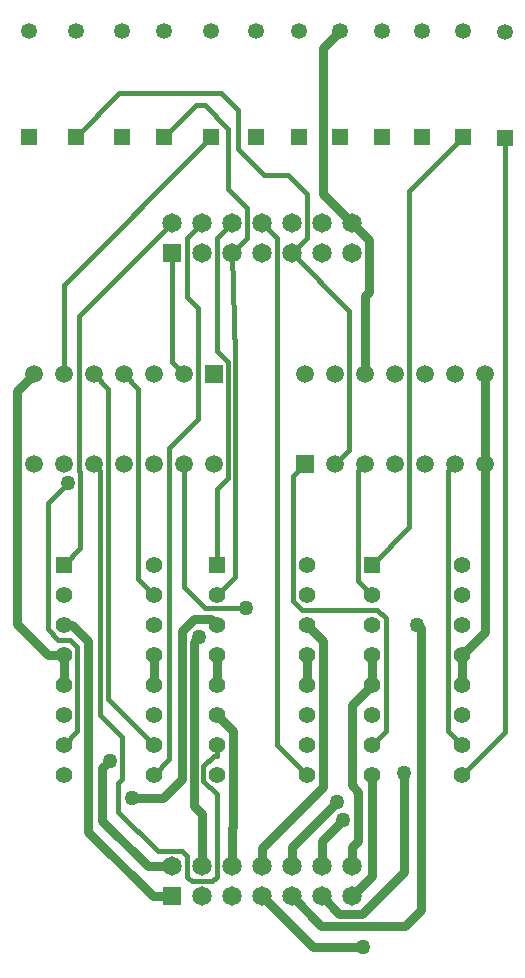
<source format=gbr>
%TF.GenerationSoftware,Altium Limited,Altium Designer,22.9.1 (49)*%
G04 Layer_Physical_Order=1*
G04 Layer_Color=255*
%FSLAX45Y45*%
%MOMM*%
%TF.SameCoordinates,4BB515F2-1930-42CC-84AD-66DDC1B42358*%
%TF.FilePolarity,Positive*%
%TF.FileFunction,Copper,L1,Top,Signal*%
%TF.Part,Single*%
G01*
G75*
%TA.AperFunction,Conductor*%
%ADD10C,0.76200*%
%ADD11C,0.38100*%
%TA.AperFunction,ComponentPad*%
%ADD12R,1.50000X1.50000*%
%ADD13C,1.50000*%
%ADD14R,1.40000X1.40000*%
%ADD15C,1.40000*%
%ADD16C,1.35000*%
%ADD17R,1.35000X1.35000*%
%ADD18C,1.65000*%
%ADD19R,1.65000X1.65000*%
%TA.AperFunction,ViaPad*%
%ADD20C,1.27000*%
D10*
X5702300Y11781043D02*
X5844860Y11923603D01*
X5702300Y10540263D02*
Y11781043D01*
Y10540263D02*
X5945856Y10296708D01*
X6878940Y6642100D02*
X7074784Y6837944D01*
Y8255000D01*
X3370580Y6642100D02*
X3505200D01*
X3111500Y6901180D02*
X3370580Y6642100D01*
X3111500Y6901180D02*
Y8877300D01*
X3251200Y9017000D01*
X3505200Y6896100D02*
X3580404D01*
X3716020Y6760484D01*
Y5139644D02*
Y6760484D01*
Y5139644D02*
X4259671Y4595993D01*
X4423288D01*
X4220347Y4849993D02*
X4423288D01*
X3832860Y5237480D02*
X4220347Y4849993D01*
X3832860Y5237480D02*
Y5679440D01*
X3896360Y5742940D01*
X4677288Y4849993D02*
Y5294371D01*
X4607286Y5364373D02*
X4677288Y5294371D01*
X4607286Y5364373D02*
Y6745966D01*
X4655820Y6794500D01*
X5185288Y4595993D02*
X5615681Y4165600D01*
X6042660D01*
X5439288Y4595993D02*
X5686892Y4348389D01*
X6396573D01*
X6527770Y4479585D01*
Y6868190D01*
X6499860Y6896100D02*
X6527770Y6868190D01*
X5439288Y5017648D02*
X5819140Y5397500D01*
X5439288Y4849993D02*
Y5017648D01*
X5693288Y4595993D02*
X5839292Y4449989D01*
X6034781D01*
X6385560Y4800768D01*
Y5640720D01*
X5693288Y5063368D02*
X5875020Y5245100D01*
X5693288Y4849993D02*
Y5063368D01*
X4086860Y5427980D02*
X4345666D01*
X4505686Y5588000D01*
Y6845026D01*
X4607560Y6946900D01*
X4753488D01*
X4804288Y6896100D01*
X6116940Y4765645D02*
Y5626100D01*
X5947288Y4595993D02*
X6116940Y4765645D01*
X5947288Y6218448D02*
X6116940Y6388100D01*
X5947288Y5538551D02*
Y6218448D01*
Y5538551D02*
X6002233Y5483606D01*
Y5065908D02*
Y5483606D01*
X5947288Y5010963D02*
X6002233Y5065908D01*
X5947288Y4849993D02*
Y5010963D01*
X5185288Y4849993D02*
Y5007488D01*
X5702300Y5524500D01*
Y6760088D01*
X5566288Y6896100D02*
X5702300Y6760088D01*
X4804288Y6134100D02*
X4940300Y5998088D01*
Y5184140D02*
Y5998088D01*
X4931288Y5175128D02*
X4940300Y5184140D01*
X4931288Y4849993D02*
Y5175128D01*
X6058784Y9017000D02*
Y9674860D01*
X6093460Y9709536D01*
Y10149103D01*
X5945856Y10296708D02*
X6093460Y10149103D01*
X7074784Y8255000D02*
Y9017000D01*
X6878940Y6388100D02*
Y6642100D01*
X5566288Y6388100D02*
Y6642100D01*
X6116940Y6388100D02*
Y6642100D01*
X3505200Y6388100D02*
Y6642100D01*
X4804288Y6388100D02*
Y6642100D01*
X4267200Y6388100D02*
Y6642100D01*
D11*
X4421856Y9116344D02*
Y10042708D01*
Y9116344D02*
X4521200Y9017000D01*
X3637280Y9512132D02*
X4421856Y10296708D01*
X3637280Y8199054D02*
Y9512132D01*
Y8199054D02*
X3648710Y8187624D01*
Y7547610D02*
Y8187624D01*
X3505200Y7404100D02*
X3648710Y7547610D01*
X3759200Y9017000D02*
X3881120Y8895080D01*
Y6266180D02*
Y8895080D01*
Y6266180D02*
X4267200Y5880100D01*
X4804288Y7150100D02*
X4958151Y7303963D01*
Y9171656D01*
X4929856Y10042708D02*
X4958151Y9171656D01*
X5804784Y8255000D02*
X5925820Y8376036D01*
Y9554743D01*
X5437856Y10042708D02*
X5925820Y9554743D01*
X3759200Y8255000D02*
X3815080Y8199120D01*
Y6135370D02*
Y8199120D01*
Y6135370D02*
X4004310Y5946140D01*
Y5588000D02*
Y5946140D01*
X3968750Y5552440D02*
X4004310Y5588000D01*
X3968750Y5313680D02*
Y5552440D01*
Y5313680D02*
X4304030Y4978400D01*
X4508500D01*
X4550288Y4936612D01*
Y4762500D02*
Y4936612D01*
Y4762500D02*
X4589795Y4722993D01*
X4764735D01*
X4804242Y4762500D01*
Y5459898D01*
X4689836Y5574304D02*
X4804242Y5459898D01*
X4689836Y5574304D02*
Y5699486D01*
X4777618Y5787268D01*
X4804288D01*
Y5880100D01*
X4699000Y7033260D02*
X5048128D01*
X4521200Y7211060D02*
X4699000Y7033260D01*
X4521200Y7211060D02*
Y8255000D01*
X3373120Y7924800D02*
X3540760Y8092440D01*
X3373120Y6858000D02*
Y7924800D01*
Y6858000D02*
X3462020Y6769100D01*
X3556000D01*
X3622040Y6703060D01*
Y5996940D02*
Y6703060D01*
X3505200Y5880100D02*
X3622040Y5996940D01*
X6433820Y10568620D02*
X6888800Y11023600D01*
X6433820Y7720980D02*
Y10568620D01*
X6116940Y7404100D02*
X6433820Y7720980D01*
X3608294Y11023600D02*
X3979134Y11394440D01*
X4841240D01*
X4986020Y11249660D01*
Y10922000D02*
Y11249660D01*
Y10922000D02*
X5204460Y10703560D01*
X5402341D01*
X5564901Y10541000D01*
Y10169754D02*
Y10541000D01*
X5437856Y10042708D02*
X5564901Y10169754D01*
X3505200Y9017000D02*
Y9771918D01*
X4756882Y11023600D01*
X4353789D02*
X4623029Y11292840D01*
X4699000D01*
X4897120Y11094720D01*
Y10583850D02*
Y11094720D01*
Y10583850D02*
X5056810Y10424160D01*
Y10169662D02*
Y10424160D01*
X4929856Y10042708D02*
X5056810Y10169662D01*
X6116940Y5880100D02*
X6233160Y5996320D01*
Y6949440D01*
X6159500Y7023100D02*
X6233160Y6949440D01*
X5524500Y7023100D02*
X6159500D01*
X5450840Y7096760D02*
X5524500Y7023100D01*
X5450840Y7096760D02*
Y8155056D01*
X5550784Y8255000D01*
X4013200Y9017000D02*
X4135120Y8895080D01*
Y7282180D02*
Y8895080D01*
Y7282180D02*
X4267200Y7150100D01*
X4548856Y10169708D02*
X4675856Y10296708D01*
X4548856Y9669780D02*
Y10169708D01*
Y9669780D02*
X4643120Y9575516D01*
Y8636000D02*
Y9575516D01*
X4399280Y8392160D02*
X4643120Y8636000D01*
X4399280Y5758180D02*
Y8392160D01*
X4267200Y5626100D02*
X4399280Y5758180D01*
X5310856Y5881533D02*
X5566288Y5626100D01*
X5310856Y5881533D02*
Y10169708D01*
X5183856Y10296708D02*
X5310856Y10169708D01*
X6878940Y5626100D02*
X7242449Y5989610D01*
Y11017921D01*
X6002020Y8198236D02*
X6058784Y8255000D01*
X6002020Y7265020D02*
Y8198236D01*
Y7265020D02*
X6116940Y7150100D01*
X4802856Y10169708D02*
X4929856Y10296708D01*
X4802856Y9212864D02*
Y10169708D01*
Y9212864D02*
X4894651Y9121069D01*
Y8135620D02*
Y9121069D01*
X4804288Y8045257D02*
X4894651Y8135620D01*
X4804288Y7404100D02*
Y8045257D01*
X6764020Y5995020D02*
X6878940Y5880100D01*
X6764020Y5995020D02*
Y8198236D01*
X6820784Y8255000D01*
D12*
X5550784D02*
D03*
X4775200Y9017000D02*
D03*
D13*
X5804784Y8255000D02*
D03*
X6058784D02*
D03*
X6312784D02*
D03*
X6566784D02*
D03*
X6820784D02*
D03*
X7074784D02*
D03*
X5550784Y9017000D02*
D03*
X5804784D02*
D03*
X6058784D02*
D03*
X6312784D02*
D03*
X6566784D02*
D03*
X6820784D02*
D03*
X7074784D02*
D03*
X4521200D02*
D03*
X4267200D02*
D03*
X4013200D02*
D03*
X3759200D02*
D03*
X3505200D02*
D03*
X3251200D02*
D03*
X4775200Y8255000D02*
D03*
X4521200D02*
D03*
X4267200D02*
D03*
X4013200D02*
D03*
X3759200D02*
D03*
X3505200D02*
D03*
X3251200D02*
D03*
D14*
X6116940Y7404100D02*
D03*
X4804288D02*
D03*
X3505200D02*
D03*
D15*
X6116940Y7150100D02*
D03*
Y6896100D02*
D03*
Y6642100D02*
D03*
Y6388100D02*
D03*
Y6134100D02*
D03*
Y5880100D02*
D03*
Y5626100D02*
D03*
X6878940Y7404100D02*
D03*
Y7150100D02*
D03*
Y6896100D02*
D03*
Y6642100D02*
D03*
Y6388100D02*
D03*
Y6134100D02*
D03*
Y5880100D02*
D03*
Y5626100D02*
D03*
X4804288Y7150100D02*
D03*
Y6896100D02*
D03*
Y6642100D02*
D03*
Y6388100D02*
D03*
Y6134100D02*
D03*
Y5880100D02*
D03*
Y5626100D02*
D03*
X5566288Y7404100D02*
D03*
Y7150100D02*
D03*
Y6896100D02*
D03*
Y6642100D02*
D03*
Y6388100D02*
D03*
Y6134100D02*
D03*
Y5880100D02*
D03*
Y5626100D02*
D03*
X3505200Y7150100D02*
D03*
Y6896100D02*
D03*
Y6642100D02*
D03*
Y6388100D02*
D03*
Y6134100D02*
D03*
Y5880100D02*
D03*
Y5626100D02*
D03*
X4267200Y7404100D02*
D03*
Y7150100D02*
D03*
Y6896100D02*
D03*
Y6642100D02*
D03*
Y6388100D02*
D03*
Y6134100D02*
D03*
Y5880100D02*
D03*
Y5626100D02*
D03*
D16*
X7242449Y11917924D02*
D03*
X3213705Y11923603D02*
D03*
X6888800D02*
D03*
X3608294D02*
D03*
X6538661D02*
D03*
X3996192D02*
D03*
X6203432D02*
D03*
X4353789D02*
D03*
X5844860D02*
D03*
X4756882D02*
D03*
X5502311D02*
D03*
X5137389D02*
D03*
D17*
X7242449Y11017921D02*
D03*
X3213705Y11023600D02*
D03*
X6888800D02*
D03*
X3608294D02*
D03*
X6538661D02*
D03*
X3996192D02*
D03*
X6203432D02*
D03*
X4353789D02*
D03*
X5844860D02*
D03*
X4756882D02*
D03*
X5502311D02*
D03*
X5137389D02*
D03*
D18*
X5185288Y4849993D02*
D03*
Y4595993D02*
D03*
X4931288Y4849993D02*
D03*
Y4595993D02*
D03*
X4423288Y4849993D02*
D03*
X4677288Y4595993D02*
D03*
Y4849993D02*
D03*
X5439288Y4595993D02*
D03*
Y4849993D02*
D03*
X5693288Y4595993D02*
D03*
X5947288D02*
D03*
X5693288Y4849993D02*
D03*
X5947288D02*
D03*
X5183856Y10296708D02*
D03*
Y10042708D02*
D03*
X4929856Y10296708D02*
D03*
Y10042708D02*
D03*
X4421856Y10296708D02*
D03*
X4675856Y10042708D02*
D03*
Y10296708D02*
D03*
X5437856Y10042708D02*
D03*
Y10296708D02*
D03*
X5691856Y10042708D02*
D03*
X5945856D02*
D03*
X5691856Y10296708D02*
D03*
X5945856D02*
D03*
D19*
X4423288Y4595993D02*
D03*
X4421856Y10042708D02*
D03*
D20*
X3896360Y5742940D02*
D03*
X4655820Y6794500D02*
D03*
X6042660Y4165600D02*
D03*
X6499860Y6896100D02*
D03*
X5819140Y5397500D02*
D03*
X6385560Y5640720D02*
D03*
X5048128Y7033260D02*
D03*
X3540760Y8092440D02*
D03*
X5875020Y5245100D02*
D03*
X4086860Y5427980D02*
D03*
%TF.MD5,663372026f2b2d696975d162be089733*%
M02*

</source>
